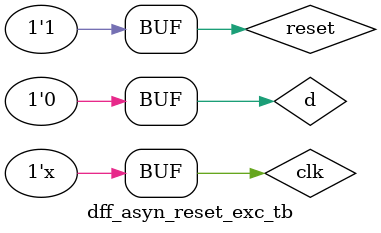
<source format=v>
module dff_asyn_reset_exc(d,clk,q,qbar,reset);

	input clk;
	input d;
	input reset;
	output reg q, qbar;

	always @(posedge clk or negedge reset)
	begin
		if (!reset)
			q <= 0;
		else 
		begin
			q <= d;
			qbar <= ~q;
		end
	end
endmodule

module dff_asyn_reset_exc_tb();

	reg d,clk,reset;
	wire q,qbar;

	dff_asyn_reset_exc tb(d,clk,q,qbar,reset);

	initial
	begin
		clk = 0;
		reset = 0;
		#20 reset = 1;
	end

	always #5 clk = ~clk;

	initial
	begin
		#10 d = 1;
		#10 d = 0;
		#10 d = 0;
	end	
endmodule



</source>
